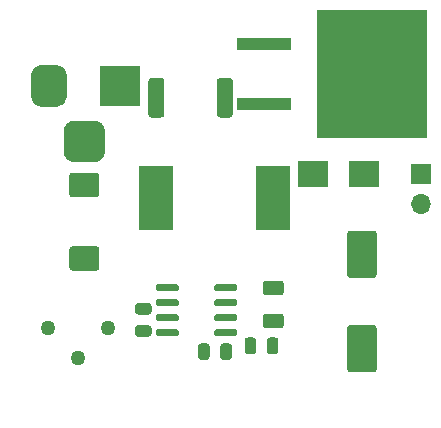
<source format=gbr>
%TF.GenerationSoftware,KiCad,Pcbnew,(5.1.5-131-g305ed0b65)-1*%
%TF.CreationDate,2020-05-01T23:58:58+08:00*%
%TF.ProjectId,PowerSupply,506f7765-7253-4757-9070-6c792e6b6963,rev?*%
%TF.SameCoordinates,Original*%
%TF.FileFunction,Soldermask,Top*%
%TF.FilePolarity,Negative*%
%FSLAX46Y46*%
G04 Gerber Fmt 4.6, Leading zero omitted, Abs format (unit mm)*
G04 Created by KiCad (PCBNEW (5.1.5-131-g305ed0b65)-1) date 2020-05-01 23:58:58*
%MOMM*%
%LPD*%
G01*
G04 APERTURE LIST*
%ADD10R,1.700000X1.700000*%
%ADD11O,1.700000X1.700000*%
%ADD12R,3.500000X3.500000*%
%ADD13R,2.500000X2.300000*%
%ADD14R,2.900000X5.400000*%
%ADD15R,4.600000X1.100000*%
%ADD16R,9.400000X10.800000*%
%ADD17C,1.260000*%
G04 APERTURE END LIST*
%TO.C,C4*%
G36*
G01*
X123500000Y-49250000D02*
X125500000Y-49250000D01*
G75*
G02*
X125750000Y-49500000I0J-250000D01*
G01*
X125750000Y-53000000D01*
G75*
G02*
X125500000Y-53250000I-250000J0D01*
G01*
X123500000Y-53250000D01*
G75*
G02*
X123250000Y-53000000I0J250000D01*
G01*
X123250000Y-49500000D01*
G75*
G02*
X123500000Y-49250000I250000J0D01*
G01*
G37*
G36*
G01*
X123500000Y-57250000D02*
X125500000Y-57250000D01*
G75*
G02*
X125750000Y-57500000I0J-250000D01*
G01*
X125750000Y-61000000D01*
G75*
G02*
X125500000Y-61250000I-250000J0D01*
G01*
X123500000Y-61250000D01*
G75*
G02*
X123250000Y-61000000I0J250000D01*
G01*
X123250000Y-57500000D01*
G75*
G02*
X123500000Y-57250000I250000J0D01*
G01*
G37*
%TD*%
D10*
%TO.C,J2*%
X129500000Y-44500000D03*
D11*
X129500000Y-47040000D03*
%TD*%
D12*
%TO.C,J1*%
X104000000Y-37000000D03*
G36*
G01*
X96500000Y-38000000D02*
X96500000Y-36000000D01*
G75*
G02*
X97250000Y-35250000I750000J0D01*
G01*
X98750000Y-35250000D01*
G75*
G02*
X99500000Y-36000000I0J-750000D01*
G01*
X99500000Y-38000000D01*
G75*
G02*
X98750000Y-38750000I-750000J0D01*
G01*
X97250000Y-38750000D01*
G75*
G02*
X96500000Y-38000000I0J750000D01*
G01*
G37*
G36*
G01*
X99250000Y-42575000D02*
X99250000Y-40825000D01*
G75*
G02*
X100125000Y-39950000I875000J0D01*
G01*
X101875000Y-39950000D01*
G75*
G02*
X102750000Y-40825000I0J-875000D01*
G01*
X102750000Y-42575000D01*
G75*
G02*
X101875000Y-43450000I-875000J0D01*
G01*
X100125000Y-43450000D01*
G75*
G02*
X99250000Y-42575000I0J875000D01*
G01*
G37*
%TD*%
%TO.C,C1*%
G36*
G01*
X99975000Y-44350000D02*
X102025000Y-44350000D01*
G75*
G02*
X102275000Y-44600000I0J-250000D01*
G01*
X102275000Y-46175000D01*
G75*
G02*
X102025000Y-46425000I-250000J0D01*
G01*
X99975000Y-46425000D01*
G75*
G02*
X99725000Y-46175000I0J250000D01*
G01*
X99725000Y-44600000D01*
G75*
G02*
X99975000Y-44350000I250000J0D01*
G01*
G37*
G36*
G01*
X99975000Y-50575000D02*
X102025000Y-50575000D01*
G75*
G02*
X102275000Y-50825000I0J-250000D01*
G01*
X102275000Y-52400000D01*
G75*
G02*
X102025000Y-52650000I-250000J0D01*
G01*
X99975000Y-52650000D01*
G75*
G02*
X99725000Y-52400000I0J250000D01*
G01*
X99725000Y-50825000D01*
G75*
G02*
X99975000Y-50575000I250000J0D01*
G01*
G37*
%TD*%
%TO.C,C2*%
G36*
G01*
X105543750Y-57262500D02*
X106456250Y-57262500D01*
G75*
G02*
X106700000Y-57506250I0J-243750D01*
G01*
X106700000Y-57993750D01*
G75*
G02*
X106456250Y-58237500I-243750J0D01*
G01*
X105543750Y-58237500D01*
G75*
G02*
X105300000Y-57993750I0J243750D01*
G01*
X105300000Y-57506250D01*
G75*
G02*
X105543750Y-57262500I243750J0D01*
G01*
G37*
G36*
G01*
X105543750Y-55387500D02*
X106456250Y-55387500D01*
G75*
G02*
X106700000Y-55631250I0J-243750D01*
G01*
X106700000Y-56118750D01*
G75*
G02*
X106456250Y-56362500I-243750J0D01*
G01*
X105543750Y-56362500D01*
G75*
G02*
X105300000Y-56118750I0J243750D01*
G01*
X105300000Y-55631250D01*
G75*
G02*
X105543750Y-55387500I243750J0D01*
G01*
G37*
%TD*%
%TO.C,C3*%
G36*
G01*
X113487500Y-59043750D02*
X113487500Y-59956250D01*
G75*
G02*
X113243750Y-60200000I-243750J0D01*
G01*
X112756250Y-60200000D01*
G75*
G02*
X112512500Y-59956250I0J243750D01*
G01*
X112512500Y-59043750D01*
G75*
G02*
X112756250Y-58800000I243750J0D01*
G01*
X113243750Y-58800000D01*
G75*
G02*
X113487500Y-59043750I0J-243750D01*
G01*
G37*
G36*
G01*
X111612500Y-59043750D02*
X111612500Y-59956250D01*
G75*
G02*
X111368750Y-60200000I-243750J0D01*
G01*
X110881250Y-60200000D01*
G75*
G02*
X110637500Y-59956250I0J243750D01*
G01*
X110637500Y-59043750D01*
G75*
G02*
X110881250Y-58800000I243750J0D01*
G01*
X111368750Y-58800000D01*
G75*
G02*
X111612500Y-59043750I0J-243750D01*
G01*
G37*
%TD*%
D13*
%TO.C,D1*%
X124650000Y-44500000D03*
X120350000Y-44500000D03*
%TD*%
D14*
%TO.C,L1*%
X107050000Y-46500000D03*
X116950000Y-46500000D03*
%TD*%
D15*
%TO.C,Q1*%
X116225000Y-33460000D03*
X116225000Y-38540000D03*
D16*
X125375000Y-36000000D03*
%TD*%
%TO.C,R1*%
G36*
G01*
X113575000Y-36574999D02*
X113575000Y-39425001D01*
G75*
G02*
X113325001Y-39675000I-249999J0D01*
G01*
X112474999Y-39675000D01*
G75*
G02*
X112225000Y-39425001I0J249999D01*
G01*
X112225000Y-36574999D01*
G75*
G02*
X112474999Y-36325000I249999J0D01*
G01*
X113325001Y-36325000D01*
G75*
G02*
X113575000Y-36574999I0J-249999D01*
G01*
G37*
G36*
G01*
X107775000Y-36574999D02*
X107775000Y-39425001D01*
G75*
G02*
X107525001Y-39675000I-249999J0D01*
G01*
X106674999Y-39675000D01*
G75*
G02*
X106425000Y-39425001I0J249999D01*
G01*
X106425000Y-36574999D01*
G75*
G02*
X106674999Y-36325000I249999J0D01*
G01*
X107525001Y-36325000D01*
G75*
G02*
X107775000Y-36574999I0J-249999D01*
G01*
G37*
%TD*%
%TO.C,R2*%
G36*
G01*
X116375000Y-53475000D02*
X117625000Y-53475000D01*
G75*
G02*
X117875000Y-53725000I0J-250000D01*
G01*
X117875000Y-54475000D01*
G75*
G02*
X117625000Y-54725000I-250000J0D01*
G01*
X116375000Y-54725000D01*
G75*
G02*
X116125000Y-54475000I0J250000D01*
G01*
X116125000Y-53725000D01*
G75*
G02*
X116375000Y-53475000I250000J0D01*
G01*
G37*
G36*
G01*
X116375000Y-56275000D02*
X117625000Y-56275000D01*
G75*
G02*
X117875000Y-56525000I0J-250000D01*
G01*
X117875000Y-57275000D01*
G75*
G02*
X117625000Y-57525000I-250000J0D01*
G01*
X116375000Y-57525000D01*
G75*
G02*
X116125000Y-57275000I0J250000D01*
G01*
X116125000Y-56525000D01*
G75*
G02*
X116375000Y-56275000I250000J0D01*
G01*
G37*
%TD*%
%TO.C,R3*%
G36*
G01*
X117425000Y-58543750D02*
X117425000Y-59456250D01*
G75*
G02*
X117181250Y-59700000I-243750J0D01*
G01*
X116693750Y-59700000D01*
G75*
G02*
X116450000Y-59456250I0J243750D01*
G01*
X116450000Y-58543750D01*
G75*
G02*
X116693750Y-58300000I243750J0D01*
G01*
X117181250Y-58300000D01*
G75*
G02*
X117425000Y-58543750I0J-243750D01*
G01*
G37*
G36*
G01*
X115550000Y-58543750D02*
X115550000Y-59456250D01*
G75*
G02*
X115306250Y-59700000I-243750J0D01*
G01*
X114818750Y-59700000D01*
G75*
G02*
X114575000Y-59456250I0J243750D01*
G01*
X114575000Y-58543750D01*
G75*
G02*
X114818750Y-58300000I243750J0D01*
G01*
X115306250Y-58300000D01*
G75*
G02*
X115550000Y-58543750I0J-243750D01*
G01*
G37*
%TD*%
D17*
%TO.C,RV1*%
X97920000Y-57500000D03*
X100460000Y-60040000D03*
X103000000Y-57500000D03*
%TD*%
%TO.C,U1*%
G36*
G01*
X107050000Y-54245000D02*
X107050000Y-53945000D01*
G75*
G02*
X107200000Y-53795000I150000J0D01*
G01*
X108850000Y-53795000D01*
G75*
G02*
X109000000Y-53945000I0J-150000D01*
G01*
X109000000Y-54245000D01*
G75*
G02*
X108850000Y-54395000I-150000J0D01*
G01*
X107200000Y-54395000D01*
G75*
G02*
X107050000Y-54245000I0J150000D01*
G01*
G37*
G36*
G01*
X107050000Y-55515000D02*
X107050000Y-55215000D01*
G75*
G02*
X107200000Y-55065000I150000J0D01*
G01*
X108850000Y-55065000D01*
G75*
G02*
X109000000Y-55215000I0J-150000D01*
G01*
X109000000Y-55515000D01*
G75*
G02*
X108850000Y-55665000I-150000J0D01*
G01*
X107200000Y-55665000D01*
G75*
G02*
X107050000Y-55515000I0J150000D01*
G01*
G37*
G36*
G01*
X107050000Y-56785000D02*
X107050000Y-56485000D01*
G75*
G02*
X107200000Y-56335000I150000J0D01*
G01*
X108850000Y-56335000D01*
G75*
G02*
X109000000Y-56485000I0J-150000D01*
G01*
X109000000Y-56785000D01*
G75*
G02*
X108850000Y-56935000I-150000J0D01*
G01*
X107200000Y-56935000D01*
G75*
G02*
X107050000Y-56785000I0J150000D01*
G01*
G37*
G36*
G01*
X107050000Y-58055000D02*
X107050000Y-57755000D01*
G75*
G02*
X107200000Y-57605000I150000J0D01*
G01*
X108850000Y-57605000D01*
G75*
G02*
X109000000Y-57755000I0J-150000D01*
G01*
X109000000Y-58055000D01*
G75*
G02*
X108850000Y-58205000I-150000J0D01*
G01*
X107200000Y-58205000D01*
G75*
G02*
X107050000Y-58055000I0J150000D01*
G01*
G37*
G36*
G01*
X112000000Y-58055000D02*
X112000000Y-57755000D01*
G75*
G02*
X112150000Y-57605000I150000J0D01*
G01*
X113800000Y-57605000D01*
G75*
G02*
X113950000Y-57755000I0J-150000D01*
G01*
X113950000Y-58055000D01*
G75*
G02*
X113800000Y-58205000I-150000J0D01*
G01*
X112150000Y-58205000D01*
G75*
G02*
X112000000Y-58055000I0J150000D01*
G01*
G37*
G36*
G01*
X112000000Y-56785000D02*
X112000000Y-56485000D01*
G75*
G02*
X112150000Y-56335000I150000J0D01*
G01*
X113800000Y-56335000D01*
G75*
G02*
X113950000Y-56485000I0J-150000D01*
G01*
X113950000Y-56785000D01*
G75*
G02*
X113800000Y-56935000I-150000J0D01*
G01*
X112150000Y-56935000D01*
G75*
G02*
X112000000Y-56785000I0J150000D01*
G01*
G37*
G36*
G01*
X112000000Y-55515000D02*
X112000000Y-55215000D01*
G75*
G02*
X112150000Y-55065000I150000J0D01*
G01*
X113800000Y-55065000D01*
G75*
G02*
X113950000Y-55215000I0J-150000D01*
G01*
X113950000Y-55515000D01*
G75*
G02*
X113800000Y-55665000I-150000J0D01*
G01*
X112150000Y-55665000D01*
G75*
G02*
X112000000Y-55515000I0J150000D01*
G01*
G37*
G36*
G01*
X112000000Y-54245000D02*
X112000000Y-53945000D01*
G75*
G02*
X112150000Y-53795000I150000J0D01*
G01*
X113800000Y-53795000D01*
G75*
G02*
X113950000Y-53945000I0J-150000D01*
G01*
X113950000Y-54245000D01*
G75*
G02*
X113800000Y-54395000I-150000J0D01*
G01*
X112150000Y-54395000D01*
G75*
G02*
X112000000Y-54245000I0J150000D01*
G01*
G37*
%TD*%
M02*

</source>
